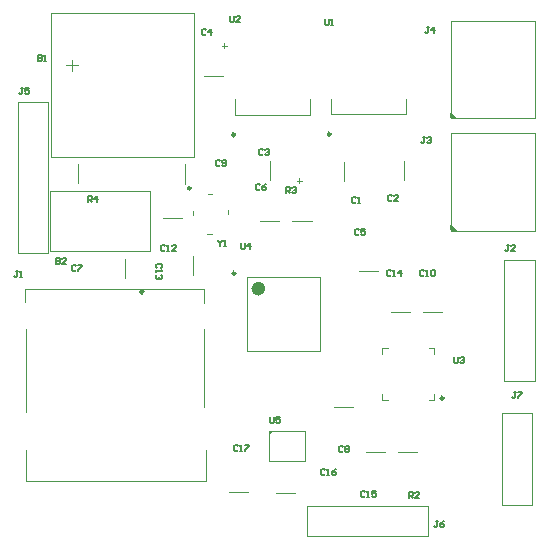
<source format=gto>
G04*
G04 #@! TF.GenerationSoftware,Altium Limited,Altium Designer,20.2.7 (254)*
G04*
G04 Layer_Color=65535*
%FSLAX44Y44*%
%MOMM*%
G71*
G04*
G04 #@! TF.SameCoordinates,BAD59D02-7682-4231-AD5D-2D7AA58F7FA9*
G04*
G04*
G04 #@! TF.FilePolarity,Positive*
G04*
G01*
G75*
%ADD10C,0.6000*%
%ADD11C,0.2500*%
%ADD12C,0.2540*%
%ADD13C,0.1000*%
%ADD14C,0.1524*%
G36*
X227000Y95500D02*
X224000Y92500D01*
Y95500D01*
X224250Y95750D01*
X227000Y95500D01*
D02*
G37*
G36*
X378180Y271168D02*
X383908Y265440D01*
X378560D01*
X377225Y266775D01*
Y270570D01*
X378180Y271168D01*
D02*
G37*
G36*
Y366167D02*
X383908Y360440D01*
X378560D01*
X377225Y361775D01*
Y365570D01*
X378180Y366167D01*
D02*
G37*
D10*
X218000Y216750D02*
G03*
X218000Y216750I-3000J0D01*
G01*
D11*
X195500Y229750D02*
G03*
X195500Y229750I-1250J0D01*
G01*
X195200Y347000D02*
G03*
X195200Y347000I-1250J0D01*
G01*
X117590Y214002D02*
G03*
X117590Y214002I-1250J0D01*
G01*
X276250Y347500D02*
G03*
X276250Y347500I-1250J0D01*
G01*
X371750Y124000D02*
G03*
X371750Y124000I-1250J0D01*
G01*
D12*
X157500Y301750D02*
G03*
X157500Y301750I-1000J0D01*
G01*
D13*
X153248Y305698D02*
Y321798D01*
X205500Y164250D02*
X267500D01*
X205500Y226250D02*
X267500D01*
Y164250D02*
Y226250D01*
X205500Y164250D02*
Y226250D01*
X159892Y279000D02*
Y281054D01*
Y282685D01*
X172177Y296702D02*
X175717D01*
X189103Y280000D02*
Y283500D01*
X171500Y263250D02*
X175500D01*
X195000Y364000D02*
Y377000D01*
Y364000D02*
X259000D01*
Y377000D01*
X169250Y204500D02*
Y216500D01*
Y116500D02*
Y182500D01*
X17250Y216500D02*
X169250D01*
X17250Y205500D02*
Y216500D01*
X18250Y112500D02*
Y182500D01*
X17925Y54025D02*
X170250D01*
X17925D02*
Y80253D01*
X170250Y54025D02*
Y80253D01*
X39250Y328750D02*
X39750Y328250D01*
X39250Y328750D02*
Y449750D01*
X160500D01*
Y328250D02*
Y449750D01*
X39750Y328250D02*
X160500D01*
X51750Y405750D02*
X62500D01*
X57000Y400750D02*
Y410500D01*
X38750Y248250D02*
X123500D01*
Y299750D01*
X38500D02*
X123500D01*
X38500Y248500D02*
Y299750D01*
X338002Y308452D02*
Y324552D01*
X299952Y231748D02*
X316052D01*
X216198Y274002D02*
X232298D01*
X101998Y225448D02*
Y241548D01*
X279202Y116248D02*
X295302D01*
X354698Y197252D02*
X370798D01*
X327198Y197002D02*
X343298D01*
X229952Y43498D02*
X246052D01*
X190452Y44248D02*
X206552D01*
X305952Y78498D02*
X322052D01*
X333560Y78536D02*
X349660D01*
X243840Y273964D02*
X259940D01*
X62286Y306340D02*
Y322440D01*
X249651Y305756D02*
Y310007D01*
X224401Y308757D02*
Y324757D01*
X247526Y307882D02*
X251775D01*
X183994Y422150D02*
X188244D01*
X169244Y396900D02*
X185244D01*
X186119Y420025D02*
Y424276D01*
X134202Y276748D02*
X150302D01*
X160002Y228452D02*
Y244552D01*
X287498Y308198D02*
Y324298D01*
X254250Y82750D02*
Y95750D01*
X224250D02*
X254250D01*
X224250Y70750D02*
Y95750D01*
Y70750D02*
X254250D01*
Y82750D01*
X11250Y374750D02*
X37000D01*
X11250Y247250D02*
Y374750D01*
Y247250D02*
X37000D01*
Y374750D01*
X340050Y364500D02*
Y377500D01*
X276050Y364500D02*
X340050D01*
X276050D02*
Y377500D01*
X364000Y122500D02*
Y127250D01*
X359250Y122500D02*
X364000D01*
X320000D02*
X324750D01*
X320000D02*
Y127250D01*
Y161750D02*
Y166500D01*
X324750D01*
X364000Y161750D02*
Y166500D01*
X359250D02*
X364000D01*
X256350Y7000D02*
Y33000D01*
Y7000D02*
X358850D01*
Y33000D01*
X256350D02*
X358850D01*
X378250Y360750D02*
X448750D01*
Y443500D01*
X377750D02*
X448750D01*
X377750Y361250D02*
Y443500D01*
X378250Y265750D02*
X448750D01*
Y348500D01*
X377750D02*
X448750D01*
X377750Y266250D02*
Y348500D01*
X446750Y33700D02*
Y111200D01*
X421000D02*
X446750D01*
X421000Y33450D02*
Y111200D01*
Y33450D02*
X446500D01*
X446750Y33700D01*
X422750Y138850D02*
Y241350D01*
X448750D01*
Y138850D02*
Y241350D01*
X422750Y138850D02*
X448750D01*
D14*
X182654Y324693D02*
X181807Y325539D01*
X180114D01*
X179268Y324693D01*
Y321307D01*
X180114Y320461D01*
X181807D01*
X182654Y321307D01*
X184346D02*
X185193Y320461D01*
X186886D01*
X187732Y321307D01*
Y324693D01*
X186886Y325539D01*
X185193D01*
X184346Y324693D01*
Y323846D01*
X185193Y323000D01*
X187732D01*
X433153Y129239D02*
X431460D01*
X432307D01*
Y125007D01*
X431460Y124160D01*
X430614D01*
X429768Y125007D01*
X434846Y129239D02*
X438232D01*
Y128392D01*
X434846Y125007D01*
Y124160D01*
X180614Y258039D02*
Y257193D01*
X182307Y255500D01*
X184000Y257193D01*
Y258039D01*
X182307Y255500D02*
Y252961D01*
X185693D02*
X187386D01*
X186539D01*
Y258039D01*
X185693Y257193D01*
X225192Y107970D02*
Y103738D01*
X226038Y102892D01*
X227731D01*
X228578Y103738D01*
Y107970D01*
X233656D02*
X230270D01*
Y105431D01*
X231963Y106278D01*
X232810D01*
X233656Y105431D01*
Y103738D01*
X232810Y102892D01*
X231117D01*
X230270Y103738D01*
X200518Y255039D02*
Y250807D01*
X201364Y249961D01*
X203057D01*
X203904Y250807D01*
Y255039D01*
X208136Y249961D02*
Y255039D01*
X205596Y252500D01*
X208982D01*
X380518Y158539D02*
Y154307D01*
X381365Y153461D01*
X383057D01*
X383904Y154307D01*
Y158539D01*
X385597Y157693D02*
X386443Y158539D01*
X388136D01*
X388982Y157693D01*
Y156846D01*
X388136Y156000D01*
X387289D01*
X388136D01*
X388982Y155154D01*
Y154307D01*
X388136Y153461D01*
X386443D01*
X385597Y154307D01*
X190768Y447539D02*
Y443307D01*
X191614Y442461D01*
X193307D01*
X194154Y443307D01*
Y447539D01*
X199232Y442461D02*
X195847D01*
X199232Y445846D01*
Y446693D01*
X198386Y447539D01*
X196693D01*
X195847Y446693D01*
X271614Y445039D02*
Y440807D01*
X272461Y439961D01*
X274154D01*
X275000Y440807D01*
Y445039D01*
X276693Y439961D02*
X278386D01*
X277539D01*
Y445039D01*
X276693Y444193D01*
X70768Y289961D02*
Y295039D01*
X73307D01*
X74154Y294193D01*
Y292500D01*
X73307Y291654D01*
X70768D01*
X72461D02*
X74154Y289961D01*
X78386D02*
Y295039D01*
X75846Y292500D01*
X79232D01*
X238268Y297461D02*
Y302539D01*
X240807D01*
X241654Y301693D01*
Y300000D01*
X240807Y299154D01*
X238268D01*
X239961D02*
X241654Y297461D01*
X243346Y301693D02*
X244193Y302539D01*
X245886D01*
X246732Y301693D01*
Y300846D01*
X245886Y300000D01*
X245039D01*
X245886D01*
X246732Y299154D01*
Y298307D01*
X245886Y297461D01*
X244193D01*
X243346Y298307D01*
X342376Y39423D02*
Y44502D01*
X344915D01*
X345762Y43655D01*
Y41962D01*
X344915Y41116D01*
X342376D01*
X344069D02*
X345762Y39423D01*
X350840D02*
X347454D01*
X350840Y42809D01*
Y43655D01*
X349994Y44502D01*
X348301D01*
X347454Y43655D01*
X366654Y20039D02*
X364961D01*
X365807D01*
Y15807D01*
X364961Y14961D01*
X364114D01*
X363268Y15807D01*
X371732Y20039D02*
X370039Y19193D01*
X368346Y17500D01*
Y15807D01*
X369193Y14961D01*
X370886D01*
X371732Y15807D01*
Y16654D01*
X370886Y17500D01*
X368346D01*
X15670Y386950D02*
X13977D01*
X14823D01*
Y382718D01*
X13977Y381872D01*
X13131D01*
X12284Y382718D01*
X20748Y386950D02*
X17362D01*
Y384411D01*
X19055Y385258D01*
X19902D01*
X20748Y384411D01*
Y382718D01*
X19902Y381872D01*
X18209D01*
X17362Y382718D01*
X359154Y438039D02*
X357461D01*
X358307D01*
Y433807D01*
X357461Y432961D01*
X356614D01*
X355768Y433807D01*
X363386Y432961D02*
Y438039D01*
X360846Y435500D01*
X364232D01*
X355654Y345039D02*
X353961D01*
X354807D01*
Y340807D01*
X353961Y339961D01*
X353115D01*
X352268Y340807D01*
X357346Y344193D02*
X358193Y345039D01*
X359886D01*
X360732Y344193D01*
Y343346D01*
X359886Y342500D01*
X359039D01*
X359886D01*
X360732Y341654D01*
Y340807D01*
X359886Y339961D01*
X358193D01*
X357346Y340807D01*
X426952Y253512D02*
X425259D01*
X426105D01*
Y249280D01*
X425259Y248434D01*
X424412D01*
X423566Y249280D01*
X432030Y248434D02*
X428644D01*
X432030Y251820D01*
Y252666D01*
X431184Y253512D01*
X429491D01*
X428644Y252666D01*
X11400Y231694D02*
X9707D01*
X10553D01*
Y227462D01*
X9707Y226616D01*
X8860D01*
X8014Y227462D01*
X13092Y226616D02*
X14785D01*
X13939D01*
Y231694D01*
X13092Y230848D01*
X197538Y83693D02*
X196691Y84539D01*
X194998D01*
X194152Y83693D01*
Y80307D01*
X194998Y79461D01*
X196691D01*
X197538Y80307D01*
X199230Y79461D02*
X200923D01*
X200077D01*
Y84539D01*
X199230Y83693D01*
X203462Y84539D02*
X206848D01*
Y83693D01*
X203462Y80307D01*
Y79461D01*
X271038Y62943D02*
X270191Y63789D01*
X268498D01*
X267652Y62943D01*
Y59557D01*
X268498Y58711D01*
X270191D01*
X271038Y59557D01*
X272731Y58711D02*
X274423D01*
X273577D01*
Y63789D01*
X272731Y62943D01*
X280348Y63789D02*
X278655Y62943D01*
X276963Y61250D01*
Y59557D01*
X277809Y58711D01*
X279502D01*
X280348Y59557D01*
Y60404D01*
X279502Y61250D01*
X276963D01*
X305288Y44693D02*
X304441Y45539D01*
X302749D01*
X301902Y44693D01*
Y41307D01*
X302749Y40461D01*
X304441D01*
X305288Y41307D01*
X306980Y40461D02*
X308673D01*
X307827D01*
Y45539D01*
X306980Y44693D01*
X314598Y45539D02*
X311212D01*
Y43000D01*
X312905Y43846D01*
X313752D01*
X314598Y43000D01*
Y41307D01*
X313752Y40461D01*
X312059D01*
X311212Y41307D01*
X327638Y231330D02*
X326791Y232176D01*
X325098D01*
X324252Y231330D01*
Y227944D01*
X325098Y227098D01*
X326791D01*
X327638Y227944D01*
X329330Y227098D02*
X331023D01*
X330177D01*
Y232176D01*
X329330Y231330D01*
X336102Y227098D02*
Y232176D01*
X333562Y229637D01*
X336948D01*
X132193Y233962D02*
X133039Y234809D01*
Y236502D01*
X132193Y237348D01*
X128807D01*
X127961Y236502D01*
Y234809D01*
X128807Y233962D01*
X127961Y232270D02*
Y230577D01*
Y231423D01*
X133039D01*
X132193Y232270D01*
Y228038D02*
X133039Y227191D01*
Y225498D01*
X132193Y224652D01*
X131347D01*
X130500Y225498D01*
Y226345D01*
Y225498D01*
X129654Y224652D01*
X128807D01*
X127961Y225498D01*
Y227191D01*
X128807Y228038D01*
X136038Y252443D02*
X135191Y253289D01*
X133498D01*
X132652Y252443D01*
Y249057D01*
X133498Y248211D01*
X135191D01*
X136038Y249057D01*
X137731Y248211D02*
X139423D01*
X138577D01*
Y253289D01*
X137731Y252443D01*
X145348Y248211D02*
X141962D01*
X145348Y251596D01*
Y252443D01*
X144502Y253289D01*
X142809D01*
X141962Y252443D01*
X355070Y231584D02*
X354223Y232430D01*
X352531D01*
X351684Y231584D01*
Y228198D01*
X352531Y227352D01*
X354223D01*
X355070Y228198D01*
X356762Y227352D02*
X358455D01*
X357609D01*
Y232430D01*
X356762Y231584D01*
X360994D02*
X361841Y232430D01*
X363534D01*
X364380Y231584D01*
Y228198D01*
X363534Y227352D01*
X361841D01*
X360994Y228198D01*
Y231584D01*
X286404Y82693D02*
X285557Y83539D01*
X283864D01*
X283018Y82693D01*
Y79307D01*
X283864Y78461D01*
X285557D01*
X286404Y79307D01*
X288097Y82693D02*
X288943Y83539D01*
X290636D01*
X291482Y82693D01*
Y81846D01*
X290636Y81000D01*
X291482Y80154D01*
Y79307D01*
X290636Y78461D01*
X288943D01*
X288097Y79307D01*
Y80154D01*
X288943Y81000D01*
X288097Y81846D01*
Y82693D01*
X288943Y81000D02*
X290636D01*
X60904Y236193D02*
X60057Y237039D01*
X58365D01*
X57518Y236193D01*
Y232807D01*
X58365Y231961D01*
X60057D01*
X60904Y232807D01*
X62596Y237039D02*
X65982D01*
Y236193D01*
X62596Y232807D01*
Y231961D01*
X216654Y304193D02*
X215807Y305039D01*
X214114D01*
X213268Y304193D01*
Y300807D01*
X214114Y299961D01*
X215807D01*
X216654Y300807D01*
X221732Y305039D02*
X220039Y304193D01*
X218346Y302500D01*
Y300807D01*
X219193Y299961D01*
X220886D01*
X221732Y300807D01*
Y301654D01*
X220886Y302500D01*
X218346D01*
X300460Y266128D02*
X299613Y266974D01*
X297920D01*
X297074Y266128D01*
Y262742D01*
X297920Y261896D01*
X299613D01*
X300460Y262742D01*
X305538Y266974D02*
X302152D01*
Y264435D01*
X303845Y265282D01*
X304692D01*
X305538Y264435D01*
Y262742D01*
X304692Y261896D01*
X302999D01*
X302152Y262742D01*
X170666Y435546D02*
X169819Y436392D01*
X168127D01*
X167280Y435546D01*
Y432160D01*
X168127Y431314D01*
X169819D01*
X170666Y432160D01*
X174898Y431314D02*
Y436392D01*
X172358Y433853D01*
X175744D01*
X219154Y334193D02*
X218307Y335039D01*
X216614D01*
X215768Y334193D01*
Y330807D01*
X216614Y329961D01*
X218307D01*
X219154Y330807D01*
X220846Y334193D02*
X221693Y335039D01*
X223386D01*
X224232Y334193D01*
Y333346D01*
X223386Y332500D01*
X222539D01*
X223386D01*
X224232Y331654D01*
Y330807D01*
X223386Y329961D01*
X221693D01*
X220846Y330807D01*
X328168Y295200D02*
X327329Y296053D01*
X325636Y296068D01*
X324782Y295228D01*
X324754Y291843D01*
X325593Y290989D01*
X327286Y290975D01*
X328139Y291814D01*
X333210Y290925D02*
X329825Y290954D01*
X333239Y294311D01*
X333246Y295157D01*
X332407Y296011D01*
X330714Y296025D01*
X329861Y295186D01*
X297500Y293693D02*
X296654Y294539D01*
X294961D01*
X294114Y293693D01*
Y290307D01*
X294961Y289461D01*
X296654D01*
X297500Y290307D01*
X299193Y289461D02*
X300886D01*
X300039D01*
Y294539D01*
X299193Y293693D01*
X43268Y242539D02*
Y237461D01*
X45807D01*
X46654Y238307D01*
Y239154D01*
X45807Y240000D01*
X43268D01*
X45807D01*
X46654Y240846D01*
Y241693D01*
X45807Y242539D01*
X43268D01*
X51732Y237461D02*
X48346D01*
X51732Y240846D01*
Y241693D01*
X50886Y242539D01*
X49193D01*
X48346Y241693D01*
X28365Y414789D02*
Y409711D01*
X30904D01*
X31750Y410557D01*
Y411404D01*
X30904Y412250D01*
X28365D01*
X30904D01*
X31750Y413096D01*
Y413943D01*
X30904Y414789D01*
X28365D01*
X33443Y409711D02*
X35136D01*
X34289D01*
Y414789D01*
X33443Y413943D01*
M02*

</source>
